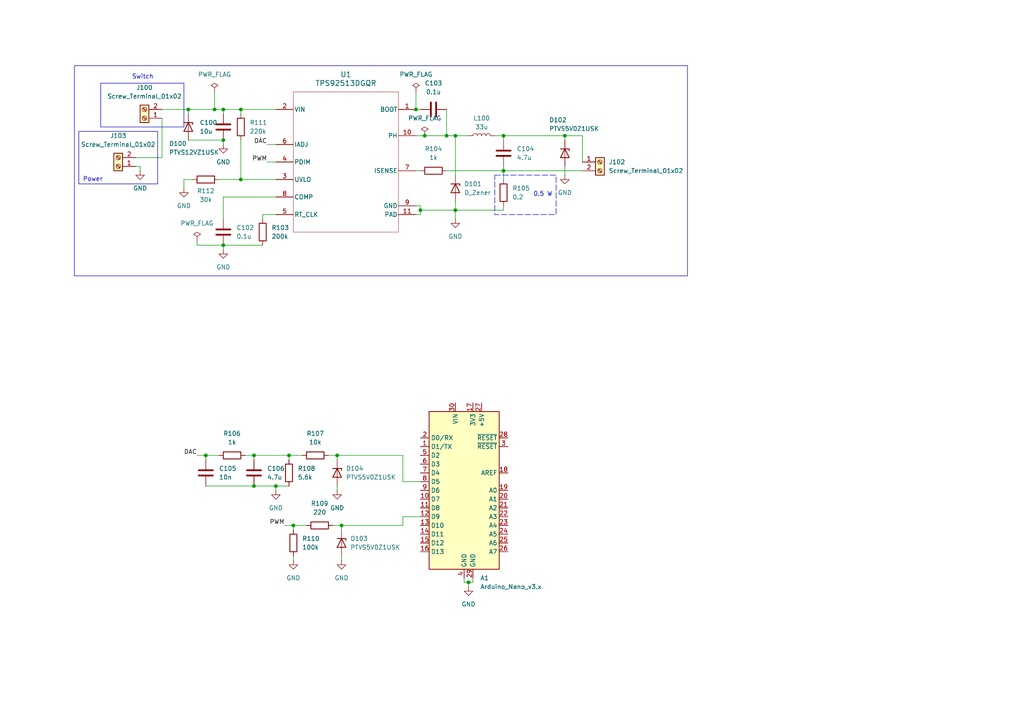
<source format=kicad_sch>
(kicad_sch (version 20250114) (generator "eeschema") (generator_version "9.0")
  (paper "A4")
  (lib_symbols
    (symbol "Connector:Screw_Terminal_01x02" (pin_names (offset 1.016) (hide yes))
      (property "Reference" "J" (at 0 2.54 0))
      (property "Value" "Screw_Terminal_01x02" (at 0 -5.08 0))
      (symbol "Screw_Terminal_01x02_1_1"
        (rectangle (start -1.27 1.27) (end 1.27 -3.81) (stroke (width 0.254)) (fill (type background)))
        (polyline (pts (xy -0.5334 0.3302) (xy 0.3302 -0.508)) (stroke (width 0.1524)))
        (polyline (pts (xy -0.5334 -2.2098) (xy 0.3302 -3.048)) (stroke (width 0.1524)))
        (polyline (pts (xy -0.3556 0.508) (xy 0.508 -0.3302)) (stroke (width 0.1524)))
        (polyline (pts (xy -0.3556 -2.032) (xy 0.508 -2.8702)) (stroke (width 0.1524)))
        (circle (center 0 0) (radius 0.635) (stroke (width 0.1524)))
        (circle (center 0 -2.54) (radius 0.635) (stroke (width 0.1524)))
        (pin passive line (at -5.08 0 0) (length 3.81) (name "Pin_1") (number "1"))
        (pin passive line (at -5.08 -2.54 0) (length 3.81) (name "Pin_2") (number "2"))
      )
    )
    (symbol "Device:C" (pin_numbers (hide yes)) (pin_names (offset 0.254))
      (property "Reference" "C" (at 0.635 2.54 0))
      (property "Value" "C" (at 0.635 -2.54 0))
      (symbol "C_0_1"
        (polyline (pts (xy -2.032 0.762) (xy 2.032 0.762)) (stroke (width 0.508)))
        (polyline (pts (xy -2.032 -0.762) (xy 2.032 -0.762)) (stroke (width 0.508)))
      )
      (symbol "C_1_1"
        (pin passive line (at 0 3.81 270) (length 2.794) (name "~") (number "1"))
        (pin passive line (at 0 -3.81 90) (length 2.794) (name "~") (number "2"))
      )
    )
    (symbol "Device:D_Zener" (pin_numbers (hide yes)) (pin_names (offset 1.016) (hide yes))
      (property "Reference" "D" (at 0 2.54 0))
      (property "Value" "D_Zener" (at 0 -2.54 0))
      (symbol "D_Zener_0_1"
        (polyline (pts (xy -1.27 -1.27) (xy -1.27 1.27) (xy -0.762 1.27)) (stroke (width 0.254)))
        (polyline (pts (xy 1.27 0) (xy -1.27 0)))
        (polyline (pts (xy 1.27 -1.27) (xy 1.27 1.27) (xy -1.27 0) (xy 1.27 -1.27)) (stroke (width 0.254)))
      )
      (symbol "D_Zener_1_1"
        (pin passive line (at -3.81 0 0) (length 2.54) (name "K") (number "1"))
        (pin passive line (at 3.81 0 180) (length 2.54) (name "A") (number "2"))
      )
    )
    (symbol "Device:L" (pin_numbers (hide yes)) (pin_names (offset 1.016) (hide yes))
      (property "Reference" "L" (at -1.27 0 90))
      (property "Value" "L" (at 1.905 0 90))
      (symbol "L_0_1"
        (arc (start 0 2.54) (mid 0.6323 1.905) (end 0 1.27))
        (arc (start 0 1.27) (mid 0.6323 0.635) (end 0 0))
        (arc (start 0 0) (mid 0.6323 -0.635) (end 0 -1.27))
        (arc (start 0 -1.27) (mid 0.6323 -1.905) (end 0 -2.54))
      )
      (symbol "L_1_1"
        (pin passive line (at 0 3.81 270) (length 1.27) (name "1") (number "1"))
        (pin passive line (at 0 -3.81 90) (length 1.27) (name "2") (number "2"))
      )
    )
    (symbol "Device:R" (pin_numbers (hide yes)) (pin_names (offset 0))
      (property "Reference" "R" (at 2.032 0 90))
      (property "Value" "R" (at 0 0 90))
      (symbol "R_0_1"
        (rectangle (start -1.016 -2.54) (end 1.016 2.54) (stroke (width 0.254)))
      )
      (symbol "R_1_1"
        (pin passive line (at 0 3.81 270) (length 1.27) (name "~") (number "1"))
        (pin passive line (at 0 -3.81 90) (length 1.27) (name "~") (number "2"))
      )
    )
    (symbol "Diode:PTVS12VZ1USK" (pin_numbers (hide yes)) (pin_names (hide yes))
      (property "Reference" "D" (at 0 2.54 0))
      (property "Value" "PTVS12VZ1USK" (at 0 -2.54 0))
      (symbol "PTVS12VZ1USK_0_1"
        (polyline (pts (xy -1.27 -1.27) (xy -1.27 1.27) (xy -0.762 1.27)) (stroke (width 0.254)))
        (polyline (pts (xy 1.27 0) (xy -1.27 0)))
        (polyline (pts (xy 1.27 -1.27) (xy 1.27 1.27) (xy -1.27 0) (xy 1.27 -1.27)) (stroke (width 0.254)))
      )
      (symbol "PTVS12VZ1USK_1_1"
        (pin passive line (at -3.81 0 0) (length 2.54) (name "K") (number "1"))
        (pin passive line (at 3.81 0 180) (length 2.54) (name "A") (number "2"))
      )
    )
    (symbol "Diode:PTVS5V0Z1USK" (pin_numbers (hide yes)) (pin_names (hide yes))
      (property "Reference" "D" (at 0 2.54 0))
      (property "Value" "PTVS5V0Z1USK" (at 0 -2.54 0))
      (symbol "PTVS5V0Z1USK_0_1"
        (polyline (pts (xy -1.27 -1.27) (xy -1.27 1.27) (xy -0.762 1.27)) (stroke (width 0.254)))
        (polyline (pts (xy 1.27 0) (xy -1.27 0)))
        (polyline (pts (xy 1.27 -1.27) (xy 1.27 1.27) (xy -1.27 0) (xy 1.27 -1.27)) (stroke (width 0.254)))
      )
      (symbol "PTVS5V0Z1USK_1_1"
        (pin passive line (at -3.81 0 0) (length 2.54) (name "K") (number "1"))
        (pin passive line (at 3.81 0 180) (length 2.54) (name "A") (number "2"))
      )
    )
    (symbol "LightEye:TPS92513DGQR" (pin_names (offset 0.254))
      (property "Reference" "U" (at 0 2.54 0))
      (property "Value" "TPS92513DGQR" (at 0 0 0))
      (symbol "TPS92513DGQR_0_1"
        (polyline (pts (xy -15.24 20.32) (xy -15.24 -20.32)) (stroke (width 0.1016)))
        (polyline (pts (xy -15.24 -20.32) (xy 15.24 -20.32)) (stroke (width 0.1016)))
        (polyline (pts (xy 15.24 20.32) (xy -15.24 20.32)) (stroke (width 0.1016)))
        (polyline (pts (xy 15.24 -20.32) (xy 15.24 20.32)) (stroke (width 0.1016)))
        (pin power_in line (at -20.32 15.24 0) (length 5.08) (name "VIN") (number "2"))
        (pin input line (at -20.32 5.08 0) (length 5.08) (name "IADJ") (number "6"))
        (pin input line (at -20.32 0 0) (length 5.08) (name "PDIM") (number "4"))
        (pin input line (at -20.32 -5.08 0) (length 5.08) (name "UVLO") (number "3"))
        (pin output line (at -20.32 -10.16 0) (length 5.08) (name "COMP") (number "8"))
        (pin input line (at -20.32 -15.24 0) (length 5.08) (name "RT_CLK") (number "5"))
        (pin power_in line (at 20.32 15.24 180) (length 5.08) (name "BOOT") (number "1"))
        (pin power_in line (at 20.32 7.62 180) (length 5.08) (name "PH") (number "10"))
        (pin input line (at 20.32 -2.54 180) (length 5.08) (name "ISENSE") (number "7"))
        (pin power_in line (at 20.32 -12.7 180) (length 5.08) (name "GND") (number "9"))
        (pin power_in line (at 20.32 -15.24 180) (length 5.08) (name "PAD") (number "11"))
      )
    )
    (symbol "MCU_Module:Arduino_Nano_v3.x"
      (property "Reference" "A" (at -10.16 23.495 0))
      (property "Value" "Arduino_Nano_v3.x" (at 5.08 -24.13 0))
      (symbol "Arduino_Nano_v3.x_0_1"
        (rectangle (start -10.16 22.86) (end 10.16 -22.86) (stroke (width 0.254)) (fill (type background)))
      )
      (symbol "Arduino_Nano_v3.x_1_1"
        (pin bidirectional line (at -12.7 15.24 0) (length 2.54) (name "D0/RX") (number "2"))
        (pin bidirectional line (at -12.7 12.7 0) (length 2.54) (name "D1/TX") (number "1"))
        (pin bidirectional line (at -12.7 10.16 0) (length 2.54) (name "D2") (number "5"))
        (pin bidirectional line (at -12.7 7.62 0) (length 2.54) (name "D3") (number "6"))
        (pin bidirectional line (at -12.7 5.08 0) (length 2.54) (name "D4") (number "7"))
        (pin bidirectional line (at -12.7 2.54 0) (length 2.54) (name "D5") (number "8"))
        (pin bidirectional line (at -12.7 0 0) (length 2.54) (name "D6") (number "9"))
        (pin bidirectional line (at -12.7 -2.54 0) (length 2.54) (name "D7") (number "10"))
        (pin bidirectional line (at -12.7 -5.08 0) (length 2.54) (name "D8") (number "11"))
        (pin bidirectional line (at -12.7 -7.62 0) (length 2.54) (name "D9") (number "12"))
        (pin bidirectional line (at -12.7 -10.16 0) (length 2.54) (name "D10") (number "13"))
        (pin bidirectional line (at -12.7 -12.7 0) (length 2.54) (name "D11") (number "14"))
        (pin bidirectional line (at -12.7 -15.24 0) (length 2.54) (name "D12") (number "15"))
        (pin bidirectional line (at -12.7 -17.78 0) (length 2.54) (name "D13") (number "16"))
        (pin power_in line (at -2.54 25.4 270) (length 2.54) (name "VIN") (number "30"))
        (pin power_in line (at 0 -25.4 90) (length 2.54) (name "GND") (number "4"))
        (pin power_out line (at 2.54 25.4 270) (length 2.54) (name "3V3") (number "17"))
        (pin power_in line (at 2.54 -25.4 90) (length 2.54) (name "GND") (number "29"))
        (pin power_out line (at 5.08 25.4 270) (length 2.54) (name "+5V") (number "27"))
        (pin input line (at 12.7 15.24 180) (length 2.54) (name "~{RESET}") (number "28"))
        (pin input line (at 12.7 12.7 180) (length 2.54) (name "~{RESET}") (number "3"))
        (pin input line (at 12.7 5.08 180) (length 2.54) (name "AREF") (number "18"))
        (pin bidirectional line (at 12.7 0 180) (length 2.54) (name "A0") (number "19"))
        (pin bidirectional line (at 12.7 -2.54 180) (length 2.54) (name "A1") (number "20"))
        (pin bidirectional line (at 12.7 -5.08 180) (length 2.54) (name "A2") (number "21"))
        (pin bidirectional line (at 12.7 -7.62 180) (length 2.54) (name "A3") (number "22"))
        (pin bidirectional line (at 12.7 -10.16 180) (length 2.54) (name "A4") (number "23"))
        (pin bidirectional line (at 12.7 -12.7 180) (length 2.54) (name "A5") (number "24"))
        (pin bidirectional line (at 12.7 -15.24 180) (length 2.54) (name "A6") (number "25"))
        (pin bidirectional line (at 12.7 -17.78 180) (length 2.54) (name "A7") (number "26"))
      )
    )
    (symbol "power:GND" (power) (pin_numbers (hide yes)) (pin_names (offset 0) (hide yes))
      (property "Value" "GND" (at 0 -3.81 0))
      (symbol "GND_0_1"
        (polyline (pts (xy 0 0) (xy 0 -1.27) (xy 1.27 -1.27) (xy 0 -2.54) (xy -1.27 -1.27) (xy 0 -1.27)))
      )
      (symbol "GND_1_1"
        (pin power_in line (at 0 0 270) (length 0) (name "~") (number "1"))
      )
    )
    (symbol "power:PWR_FLAG" (power) (pin_numbers (hide yes)) (pin_names (offset 0) (hide yes))
      (property "Value" "PWR_FLAG" (at 0 3.81 0))
      (symbol "PWR_FLAG_0_0"
        (pin power_out line (at 0 0 90) (length 0) (name "~") (number "1"))
      )
      (symbol "PWR_FLAG_0_1"
        (polyline (pts (xy 0 0) (xy 0 1.27) (xy -1.016 1.905) (xy 0 2.54) (xy 1.016 1.905) (xy 0 1.27)))
      )
    )
  )
  (rectangle (start 143.51 50.8) (end 161.29 62.23) (stroke (width 0) (type dash)))
  (rectangle (start 22.86 38.1) (end 45.72 53.34))
  (rectangle (start 21.59 19.05) (end 199.39 80.01))
  (rectangle (start 29.21 24.13) (end 53.34 36.83))
  (text "0.5 W" (at 157.48 56.388 0) (effects (font (size 1.27 1.27))))
  (text "Power" (at 26.924 52.07 0) (effects (font (size 1.27 1.27))))
  (text "Switch" (at 41.402 22.352 0) (effects (font (size 1.27 1.27))))
  (junction (at 69.85 52.07))
  (junction (at 146.05 49.53))
  (junction (at 73.66 132.08))
  (junction (at 129.54 39.37))
  (junction (at 120.65 31.75))
  (junction (at 135.89 168.91))
  (junction (at 99.06 152.4))
  (junction (at 59.69 132.08))
  (junction (at 64.77 31.75))
  (junction (at 62.23 31.75))
  (junction (at 97.79 132.08))
  (junction (at 146.05 39.37))
  (junction (at 64.77 40.64))
  (junction (at 123.19 39.37))
  (junction (at 73.66 140.97))
  (junction (at 163.83 39.37))
  (junction (at 121.92 60.96))
  (junction (at 132.08 39.37))
  (junction (at 85.09 152.4))
  (junction (at 83.82 132.08))
  (junction (at 69.85 31.75))
  (junction (at 80.01 140.97))
  (junction (at 54.61 31.75))
  (junction (at 64.77 71.12))
  (junction (at 132.08 60.96))
  (wire (pts (xy 57.15 69.85) (xy 57.15 71.12)))
  (wire (pts (xy 57.15 132.08) (xy 59.69 132.08)))
  (wire (pts (xy 71.12 132.08) (xy 73.66 132.08)))
  (wire (pts (xy 54.61 31.75) (xy 54.61 33.02)))
  (wire (pts (xy 120.65 39.37) (xy 123.19 39.37)))
  (wire (pts (xy 163.83 48.26) (xy 163.83 50.8)))
  (wire (pts (xy 62.23 31.75) (xy 64.77 31.75)))
  (wire (pts (xy 76.2 63.5) (xy 76.2 62.23)))
  (wire (pts (xy 64.77 57.15) (xy 80.01 57.15)))
  (wire (pts (xy 64.77 31.75) (xy 64.77 33.02)))
  (wire (pts (xy 69.85 40.64) (xy 69.85 52.07)))
  (wire (pts (xy 53.34 52.07) (xy 55.88 52.07)))
  (wire (pts (xy 59.69 132.08) (xy 63.5 132.08)))
  (wire (pts (xy 73.66 132.08) (xy 83.82 132.08)))
  (wire (pts (xy 134.62 167.64) (xy 134.62 168.91)))
  (wire (pts (xy 123.19 39.37) (xy 129.54 39.37)))
  (wire (pts (xy 54.61 31.75) (xy 62.23 31.75)))
  (wire (pts (xy 73.66 132.08) (xy 73.66 133.35)))
  (wire (pts (xy 99.06 152.4) (xy 99.06 153.67)))
  (wire (pts (xy 121.92 60.96) (xy 132.08 60.96)))
  (wire (pts (xy 129.54 39.37) (xy 132.08 39.37)))
  (wire (pts (xy 132.08 39.37) (xy 132.08 50.8)))
  (wire (pts (xy 54.61 40.64) (xy 64.77 40.64)))
  (wire (pts (xy 132.08 60.96) (xy 132.08 63.5)))
  (wire (pts (xy 85.09 153.67) (xy 85.09 152.4)))
  (wire (pts (xy 146.05 39.37) (xy 163.83 39.37)))
  (wire (pts (xy 64.77 31.75) (xy 69.85 31.75)))
  (wire (pts (xy 121.92 62.23) (xy 121.92 60.96)))
  (wire (pts (xy 85.09 161.29) (xy 85.09 162.56)))
  (wire (pts (xy 64.77 71.12) (xy 76.2 71.12)))
  (wire (pts (xy 129.54 31.75) (xy 129.54 39.37)))
  (wire (pts (xy 146.05 59.69) (xy 146.05 60.96)))
  (wire (pts (xy 97.79 132.08) (xy 116.84 132.08)))
  (wire (pts (xy 116.84 139.7) (xy 121.92 139.7)))
  (wire (pts (xy 73.66 140.97) (xy 80.01 140.97)))
  (wire (pts (xy 96.52 152.4) (xy 99.06 152.4)))
  (wire (pts (xy 99.06 152.4) (xy 116.84 152.4)))
  (wire (pts (xy 97.79 140.97) (xy 97.79 142.24)))
  (wire (pts (xy 120.65 31.75) (xy 121.92 31.75)))
  (wire (pts (xy 64.77 71.12) (xy 64.77 72.39)))
  (wire (pts (xy 121.92 60.96) (xy 121.92 59.69)))
  (wire (pts (xy 83.82 132.08) (xy 87.63 132.08)))
  (wire (pts (xy 146.05 39.37) (xy 143.51 39.37)))
  (wire (pts (xy 83.82 132.08) (xy 83.82 133.35)))
  (wire (pts (xy 163.83 39.37) (xy 168.91 39.37)))
  (wire (pts (xy 135.89 168.91) (xy 137.16 168.91)))
  (wire (pts (xy 146.05 40.64) (xy 146.05 39.37)))
  (wire (pts (xy 77.47 41.91) (xy 80.01 41.91)))
  (wire (pts (xy 120.65 62.23) (xy 121.92 62.23)))
  (wire (pts (xy 80.01 140.97) (xy 83.82 140.97)))
  (wire (pts (xy 46.99 45.72) (xy 46.99 34.29)))
  (wire (pts (xy 132.08 60.96) (xy 132.08 58.42)))
  (wire (pts (xy 40.64 48.26) (xy 39.37 48.26)))
  (wire (pts (xy 69.85 52.07) (xy 80.01 52.07)))
  (wire (pts (xy 57.15 71.12) (xy 64.77 71.12)))
  (wire (pts (xy 97.79 132.08) (xy 97.79 133.35)))
  (wire (pts (xy 69.85 31.75) (xy 69.85 33.02)))
  (wire (pts (xy 76.2 62.23) (xy 80.01 62.23)))
  (wire (pts (xy 120.65 49.53) (xy 121.92 49.53)))
  (wire (pts (xy 116.84 149.86) (xy 121.92 149.86)))
  (wire (pts (xy 39.37 45.72) (xy 46.99 45.72)))
  (wire (pts (xy 116.84 132.08) (xy 116.84 139.7)))
  (wire (pts (xy 132.08 39.37) (xy 135.89 39.37)))
  (wire (pts (xy 62.23 26.67) (xy 62.23 31.75)))
  (wire (pts (xy 80.01 140.97) (xy 80.01 142.24)))
  (wire (pts (xy 40.64 48.26) (xy 40.64 49.53)))
  (wire (pts (xy 59.69 133.35) (xy 59.69 132.08)))
  (wire (pts (xy 64.77 40.64) (xy 64.77 41.91)))
  (wire (pts (xy 99.06 161.29) (xy 99.06 162.56)))
  (wire (pts (xy 64.77 63.5) (xy 64.77 57.15)))
  (wire (pts (xy 53.34 52.07) (xy 53.34 54.61)))
  (wire (pts (xy 146.05 49.53) (xy 146.05 52.07)))
  (wire (pts (xy 95.25 132.08) (xy 97.79 132.08)))
  (wire (pts (xy 146.05 49.53) (xy 146.05 48.26)))
  (wire (pts (xy 46.99 31.75) (xy 54.61 31.75)))
  (wire (pts (xy 134.62 168.91) (xy 135.89 168.91)))
  (wire (pts (xy 116.84 152.4) (xy 116.84 149.86)))
  (wire (pts (xy 132.08 60.96) (xy 146.05 60.96)))
  (wire (pts (xy 137.16 167.64) (xy 137.16 168.91)))
  (wire (pts (xy 135.89 168.91) (xy 135.89 170.18)))
  (wire (pts (xy 69.85 31.75) (xy 80.01 31.75)))
  (wire (pts (xy 120.65 59.69) (xy 121.92 59.69)))
  (wire (pts (xy 120.65 26.67) (xy 120.65 31.75)))
  (wire (pts (xy 63.5 52.07) (xy 69.85 52.07)))
  (wire (pts (xy 129.54 49.53) (xy 146.05 49.53)))
  (wire (pts (xy 77.47 46.99) (xy 80.01 46.99)))
  (wire (pts (xy 85.09 152.4) (xy 88.9 152.4)))
  (wire (pts (xy 168.91 39.37) (xy 168.91 46.99)))
  (wire (pts (xy 82.55 152.4) (xy 85.09 152.4)))
  (wire (pts (xy 163.83 39.37) (xy 163.83 40.64)))
  (wire (pts (xy 146.05 49.53) (xy 168.91 49.53)))
  (wire (pts (xy 59.69 140.97) (xy 73.66 140.97)))
  (label "DAC" (at 57.15 132.08 180))
  (label "DAC" (at 77.47 41.91 180))
  (label "PWM" (at 82.55 152.4 180))
  (label "PWM" (at 77.47 46.99 180))
  (symbol (lib_id "Connector:Screw_Terminal_01x02") (at 34.29 48.26 180) (unit 1)
    (property "Reference" "J103" (at 34.29 39.37 0))
    (property "Value" "Screw_Terminal_01x02" (at 34.29 41.91 0))
    (property "Footprint" "TerminalBlock:TerminalBlock_MaiXu_MX126-5.0-02P_1x02_P5.00mm" (effects (hide yes)))
    (property "Description" "Generic screw terminal, single row, 01x02, script generated (kicad-library-utils/schlib/autogen/connector/)" (effects (hide yes)))
  )
  (symbol (lib_id "Device:R") (at 91.44 132.08 90) (unit 1)
    (property "Reference" "R107" (at 91.44 125.73 90))
    (property "Value" "10k" (at 91.44 128.27 90))
    (property "Footprint" "Resistor_SMD:R_0603_1608Metric" (effects (hide yes)))
    (property "Description" "Resistor" (effects (hide yes)))
  )
  (symbol (lib_id "Diode:PTVS5V0Z1USK") (at 163.83 44.45 270) (unit 1)
    (property "Reference" "D102" (at 159.258 34.798 90) (effects (justify left)))
    (property "Value" "PTVS5V0Z1USK" (at 159.258 37.338 90) (effects (justify left)))
    (property "Footprint" "Diode_SMD:Nexperia_DSN1608-2_1.6x0.8mm" (effects (hide yes)))
    (property "Datasheet" "https://assets.nexperia.com/documents/data-sheet/PTVS5V0Z1USK.pdf" (effects (hide yes)))
    (property "Description" "5V, 1200W TVS unidirectional diode, DSN1608-2" (effects (hide yes)))
  )
  (symbol (lib_id "power:GND") (at 132.08 63.5 0) (unit 1)
    (property "Reference" "#PWR03" (effects (hide yes)))
    (property "Value" "GND" (at 132.08 68.58 0))
    (property "Description" "Power symbol creates a global label with name \"GND\" , ground" (effects (hide yes)))
  )
  (symbol (lib_id "power:GND") (at 163.83 50.8 0) (unit 1)
    (property "Reference" "#PWR08" (effects (hide yes)))
    (property "Value" "GND" (at 163.83 55.88 0))
    (property "Description" "Power symbol creates a global label with name \"GND\" , ground" (effects (hide yes)))
  )
  (symbol (lib_id "Diode:PTVS5V0Z1USK") (at 97.79 137.16 270) (unit 1)
    (property "Reference" "D104" (at 100.33 135.8899 90) (effects (justify left)))
    (property "Value" "PTVS5V0Z1USK" (at 100.33 138.4299 90) (effects (justify left)))
    (property "Footprint" "Diode_SMD:Nexperia_DSN1608-2_1.6x0.8mm" (effects (hide yes)))
    (property "Datasheet" "https://assets.nexperia.com/documents/data-sheet/PTVS5V0Z1USK.pdf" (effects (hide yes)))
    (property "Description" "5V, 1200W TVS unidirectional diode, DSN1608-2" (effects (hide yes)))
  )
  (symbol (lib_id "Device:R") (at 92.71 152.4 90) (unit 1)
    (property "Reference" "R109" (at 92.71 146.05 90))
    (property "Value" "220" (at 92.71 148.59 90))
    (property "Footprint" "Resistor_SMD:R_0603_1608Metric" (effects (hide yes)))
    (property "Description" "Resistor" (effects (hide yes)))
  )
  (symbol (lib_id "power:GND") (at 99.06 162.56 0) (unit 1)
    (property "Reference" "#PWR011" (effects (hide yes)))
    (property "Value" "GND" (at 99.06 167.64 0))
    (property "Description" "Power symbol creates a global label with name \"GND\" , ground" (effects (hide yes)))
  )
  (symbol (lib_id "power:GND") (at 85.09 162.56 0) (unit 1)
    (property "Reference" "#PWR05" (effects (hide yes)))
    (property "Value" "GND" (at 85.09 167.64 0))
    (property "Description" "Power symbol creates a global label with name \"GND\" , ground" (effects (hide yes)))
  )
  (symbol (lib_id "power:GND") (at 40.64 49.53 0) (unit 1)
    (property "Reference" "#PWR04" (effects (hide yes)))
    (property "Value" "GND" (at 40.64 54.61 0))
    (property "Description" "Power symbol creates a global label with name \"GND\" , ground" (effects (hide yes)))
  )
  (symbol (lib_id "Device:C") (at 146.05 44.45 0) (unit 1)
    (property "Reference" "C104" (at 149.86 43.1799 0) (effects (justify left)))
    (property "Value" "4.7u" (at 149.86 45.7199 0) (effects (justify left)))
    (property "Footprint" "Capacitor_SMD:C_0805_2012Metric" (effects (hide yes)))
    (property "Description" "Unpolarized capacitor" (effects (hide yes)))
  )
  (symbol (lib_id "power:GND") (at 135.89 170.18 0) (unit 1)
    (property "Reference" "#PWR07" (effects (hide yes)))
    (property "Value" "GND" (at 135.89 175.26 0))
    (property "Description" "Power symbol creates a global label with name \"GND\" , ground" (effects (hide yes)))
  )
  (symbol (lib_id "power:GND") (at 80.01 142.24 0) (unit 1)
    (property "Reference" "#PWR06" (effects (hide yes)))
    (property "Value" "GND" (at 80.01 147.32 0))
    (property "Description" "Power symbol creates a global label with name \"GND\" , ground" (effects (hide yes)))
  )
  (symbol (lib_id "Device:R") (at 125.73 49.53 90) (unit 1)
    (property "Reference" "R104" (at 125.73 43.18 90))
    (property "Value" "1k" (at 125.73 45.72 90))
    (property "Footprint" "Resistor_SMD:R_0603_1608Metric" (effects (hide yes)))
    (property "Description" "Resistor" (effects (hide yes)))
  )
  (symbol (lib_id "Device:R") (at 146.05 55.88 0) (unit 1)
    (property "Reference" "R105" (at 148.59 54.6099 0) (effects (justify left)))
    (property "Value" "0.2" (at 148.59 57.1499 0) (effects (justify left)))
    (property "Footprint" "Resistor_SMD:R_2512_6332Metric" (effects (hide yes)))
    (property "Description" "Resistor" (effects (hide yes)))
  )
  (symbol (lib_id "Connector:Screw_Terminal_01x02") (at 173.99 46.99 0) (unit 1)
    (property "Reference" "J102" (at 176.53 46.9899 0) (effects (justify left)))
    (property "Value" "Screw_Terminal_01x02" (at 176.53 49.5299 0) (effects (justify left)))
    (property "Footprint" "TerminalBlock:TerminalBlock_MaiXu_MX126-5.0-02P_1x02_P5.00mm" (effects (hide yes)))
    (property "Description" "Generic screw terminal, single row, 01x02, script generated (kicad-library-utils/schlib/autogen/connector/)" (effects (hide yes)))
  )
  (symbol (lib_id "MCU_Module:Arduino_Nano_v3.x") (at 134.62 142.24 0) (unit 1)
    (property "Reference" "A1" (at 139.3033 167.64 0) (effects (justify left)))
    (property "Value" "Arduino_Nano_v3.x" (at 139.3033 170.18 0) (effects (justify left)))
    (property "Footprint" "Arduino:Arduino_Nano" (effects (hide yes)))
    (property "Datasheet" "http://www.mouser.com/pdfdocs/Gravitech_Arduino_Nano3_0.pdf" (effects (hide yes)))
    (property "Description" "Arduino Nano v3.x" (effects (hide yes)))
  )
  (symbol (lib_id "Device:C") (at 64.77 67.31 0) (unit 1)
    (property "Reference" "C102" (at 68.58 66.0399 0) (effects (justify left)))
    (property "Value" "0.1u" (at 68.58 68.5799 0) (effects (justify left)))
    (property "Footprint" "Capacitor_SMD:C_0603_1608Metric" (effects (hide yes)))
    (property "Description" "Unpolarized capacitor" (effects (hide yes)))
  )
  (symbol (lib_id "Diode:PTVS5V0Z1USK") (at 99.06 157.48 270) (unit 1)
    (property "Reference" "D103" (at 101.6 156.2099 90) (effects (justify left)))
    (property "Value" "PTVS5V0Z1USK" (at 101.6 158.7499 90) (effects (justify left)))
    (property "Footprint" "Diode_SMD:Nexperia_DSN1608-2_1.6x0.8mm" (effects (hide yes)))
    (property "Datasheet" "https://assets.nexperia.com/documents/data-sheet/PTVS5V0Z1USK.pdf" (effects (hide yes)))
    (property "Description" "5V, 1200W TVS unidirectional diode, DSN1608-2" (effects (hide yes)))
  )
  (symbol (lib_id "power:PWR_FLAG") (at 62.23 26.67 0) (unit 1)
    (property "Reference" "#FLG01" (effects (hide yes)))
    (property "Value" "PWR_FLAG" (at 62.23 21.59 0))
    (property "Description" "Special symbol for telling ERC where power comes from" (effects (hide yes)))
  )
  (symbol (lib_id "power:PWR_FLAG") (at 120.65 26.67 0) (unit 1)
    (property "Reference" "#FLG04" (effects (hide yes)))
    (property "Value" "PWR_FLAG" (at 120.65 21.59 0))
    (property "Description" "Special symbol for telling ERC where power comes from" (effects (hide yes)))
  )
  (symbol (lib_id "power:PWR_FLAG") (at 123.19 39.37 0) (unit 1)
    (property "Reference" "#FLG02" (effects (hide yes)))
    (property "Value" "PWR_FLAG" (at 123.19 34.29 0))
    (property "Description" "Special symbol for telling ERC where power comes from" (effects (hide yes)))
  )
  (symbol (lib_id "Device:R") (at 83.82 137.16 0) (unit 1)
    (property "Reference" "R108" (at 86.36 135.8899 0) (effects (justify left)))
    (property "Value" "5.6k" (at 86.36 138.4299 0) (effects (justify left)))
    (property "Footprint" "Resistor_SMD:R_0603_1608Metric" (effects (hide yes)))
    (property "Description" "Resistor" (effects (hide yes)))
  )
  (symbol (lib_id "Device:R") (at 69.85 36.83 0) (unit 1)
    (property "Reference" "R111" (at 72.39 35.5599 0) (effects (justify left)))
    (property "Value" "220k" (at 72.39 38.0999 0) (effects (justify left)))
    (property "Footprint" "Resistor_SMD:R_0603_1608Metric" (effects (hide yes)))
    (property "Description" "Resistor" (effects (hide yes)))
  )
  (symbol (lib_id "Device:C") (at 59.69 137.16 0) (unit 1)
    (property "Reference" "C105" (at 63.5 135.8899 0) (effects (justify left)))
    (property "Value" "10n" (at 63.5 138.4299 0) (effects (justify left)))
    (property "Footprint" "Capacitor_SMD:C_0603_1608Metric" (effects (hide yes)))
    (property "Description" "Unpolarized capacitor" (effects (hide yes)))
  )
  (symbol (lib_id "Device:R") (at 59.69 52.07 90) (unit 1)
    (property "Reference" "R112" (at 59.69 55.372 90))
    (property "Value" "30k" (at 59.69 57.912 90))
    (property "Footprint" "Resistor_SMD:R_0603_1608Metric" (effects (hide yes)))
    (property "Description" "Resistor" (effects (hide yes)))
  )
  (symbol (lib_id "Device:R") (at 67.31 132.08 270) (unit 1)
    (property "Reference" "R106" (at 67.31 125.73 90))
    (property "Value" "1k" (at 67.31 128.27 90))
    (property "Footprint" "Resistor_SMD:R_0603_1608Metric" (effects (hide yes)))
    (property "Description" "Resistor" (effects (hide yes)))
  )
  (symbol (lib_id "Device:R") (at 85.09 157.48 0) (unit 1)
    (property "Reference" "R110" (at 87.63 156.2099 0) (effects (justify left)))
    (property "Value" "100k" (at 87.63 158.7499 0) (effects (justify left)))
    (property "Footprint" "Resistor_SMD:R_0603_1608Metric" (effects (hide yes)))
    (property "Description" "Resistor" (effects (hide yes)))
  )
  (symbol (lib_id "Connector:Screw_Terminal_01x02") (at 41.91 34.29 180) (unit 1)
    (property "Reference" "J100" (at 41.91 25.4 0))
    (property "Value" "Screw_Terminal_01x02" (at 41.91 27.94 0))
    (property "Footprint" "TerminalBlock:TerminalBlock_MaiXu_MX126-5.0-02P_1x02_P5.00mm" (effects (hide yes)))
    (property "Description" "Generic screw terminal, single row, 01x02, script generated (kicad-library-utils/schlib/autogen/connector/)" (effects (hide yes)))
  )
  (symbol (lib_id "Device:C") (at 125.73 31.75 90) (unit 1)
    (property "Reference" "C103" (at 125.73 24.13 90))
    (property "Value" "0.1u" (at 125.73 26.67 90))
    (property "Footprint" "Capacitor_SMD:C_0603_1608Metric" (effects (hide yes)))
    (property "Description" "Unpolarized capacitor" (effects (hide yes)))
  )
  (symbol (lib_id "Device:L") (at 139.7 39.37 90) (unit 1)
    (property "Reference" "L100" (at 139.7 34.29 90))
    (property "Value" "33u" (at 139.7 36.83 90))
    (property "Footprint" "Inductor_SMD:L_7.3x7.3_H4.5" (effects (hide yes)))
    (property "Description" "Inductor" (effects (hide yes)))
  )
  (symbol (lib_id "power:GND") (at 53.34 54.61 0) (unit 1)
    (property "Reference" "#PWR09" (effects (hide yes)))
    (property "Value" "GND" (at 53.34 59.69 0))
    (property "Description" "Power symbol creates a global label with name \"GND\" , ground" (effects (hide yes)))
  )
  (symbol (lib_id "Diode:PTVS12VZ1USK") (at 54.61 36.83 270) (unit 1)
    (property "Reference" "D100" (at 49.022 41.656 90) (effects (justify left)))
    (property "Value" "PTVS12VZ1USK" (at 49.022 44.196 90) (effects (justify left)))
    (property "Footprint" "Diode_SMD:Nexperia_DSN1608-2_1.6x0.8mm" (effects (hide yes)))
    (property "Datasheet" "https://assets.nexperia.com/documents/data-sheet/PTVS12VZ1USK.pdf" (effects (hide yes)))
    (property "Description" "12V, 1900W TVS unidirectional diode, DSN1608-2" (effects (hide yes)))
  )
  (symbol (lib_id "power:GND") (at 64.77 72.39 0) (unit 1)
    (property "Reference" "#PWR01" (effects (hide yes)))
    (property "Value" "GND" (at 64.77 77.47 0))
    (property "Description" "Power symbol creates a global label with name \"GND\" , ground" (effects (hide yes)))
  )
  (symbol (lib_id "Device:R") (at 76.2 67.31 0) (unit 1)
    (property "Reference" "R103" (at 78.74 66.0399 0) (effects (justify left)))
    (property "Value" "200k" (at 78.74 68.5799 0) (effects (justify left)))
    (property "Footprint" "Resistor_SMD:R_0603_1608Metric" (effects (hide yes)))
    (property "Description" "Resistor" (effects (hide yes)))
  )
  (symbol (lib_id "LightEye:TPS92513DGQR") (at 100.33 46.99 0) (unit 1)
    (property "Reference" "U1" (at 100.33 21.59 0) (effects (font (size 1.524 1.524))))
    (property "Value" "TPS92513DGQR" (at 100.33 24.13 0) (effects (font (size 1.524 1.524))))
    (property "Footprint" "TPS:DGQ0010D_L" (effects (hide yes)))
    (property "Datasheet" "https://www.ti.com/lit/gpn/tps92513" (effects (hide yes)))
  )
  (symbol (lib_id "Device:C") (at 64.77 36.83 0) (unit 1)
    (property "Reference" "C100" (at 57.912 35.56 0) (effects (justify left)))
    (property "Value" "10u" (at 57.912 38.1 0) (effects (justify left)))
    (property "Footprint" "Capacitor_SMD:C_1206_3216Metric" (effects (hide yes)))
    (property "Description" "Unpolarized capacitor" (effects (hide yes)))
  )
  (symbol (lib_id "power:GND") (at 97.79 142.24 0) (unit 1)
    (property "Reference" "#PWR010" (effects (hide yes)))
    (property "Value" "GND" (at 97.79 147.32 0))
    (property "Description" "Power symbol creates a global label with name \"GND\" , ground" (effects (hide yes)))
  )
  (symbol (lib_id "Device:D_Zener") (at 132.08 54.61 270) (unit 1)
    (property "Reference" "D101" (at 134.62 53.3399 90) (effects (justify left)))
    (property "Value" "D_Zener" (at 134.62 55.8799 90) (effects (justify left)))
    (property "Footprint" "Diode_SMD:D_SMB" (effects (hide yes)))
    (property "Description" "Zener diode" (effects (hide yes)))
  )
  (symbol (lib_id "power:GND") (at 64.77 41.91 0) (unit 1)
    (property "Reference" "#PWR02" (effects (hide yes)))
    (property "Value" "GND" (at 64.77 46.99 0))
    (property "Description" "Power symbol creates a global label with name \"GND\" , ground" (effects (hide yes)))
  )
  (symbol (lib_id "power:PWR_FLAG") (at 57.15 69.85 0) (unit 1)
    (property "Reference" "#FLG03" (effects (hide yes)))
    (property "Value" "PWR_FLAG" (at 57.15 64.77 0))
    (property "Description" "Special symbol for telling ERC where power comes from" (effects (hide yes)))
  )
  (symbol (lib_id "Device:C") (at 73.66 137.16 0) (unit 1)
    (property "Reference" "C106" (at 77.47 135.8899 0) (effects (justify left)))
    (property "Value" "4.7u" (at 77.47 138.4299 0) (effects (justify left)))
    (property "Footprint" "Capacitor_SMD:C_0805_2012Metric" (effects (hide yes)))
    (property "Description" "Unpolarized capacitor" (effects (hide yes)))
  )
)
</source>
